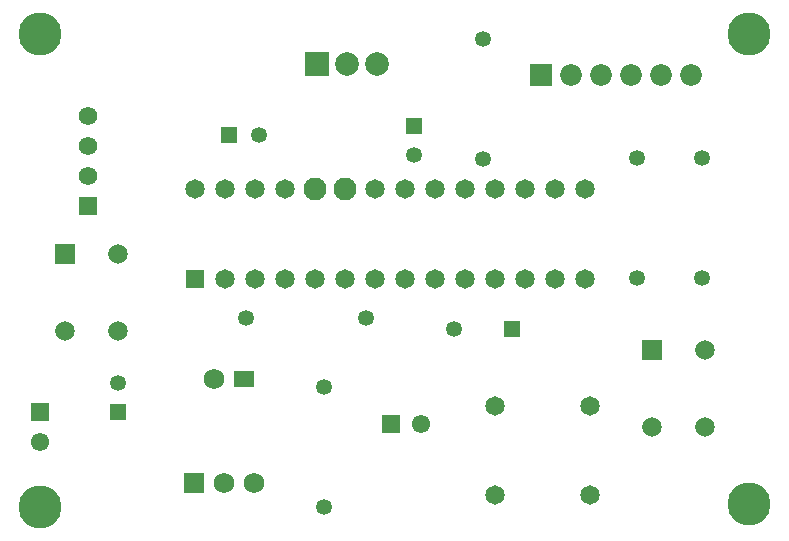
<source format=gts>
G04*
G04 #@! TF.GenerationSoftware,Altium Limited,Altium Designer,23.6.0 (18)*
G04*
G04 Layer_Color=8388736*
%FSLAX25Y25*%
%MOIN*%
G70*
G04*
G04 #@! TF.SameCoordinates,B90E1885-5EE6-4A3D-B461-7850E0AA74F3*
G04*
G04*
G04 #@! TF.FilePolarity,Negative*
G04*
G01*
G75*
%ADD17R,0.06102X0.06102*%
%ADD18C,0.06102*%
%ADD19R,0.07913X0.07913*%
%ADD20C,0.07913*%
%ADD21C,0.07244*%
%ADD22R,0.07244X0.07244*%
%ADD23R,0.06890X0.06890*%
%ADD24C,0.06890*%
%ADD25C,0.06496*%
%ADD26C,0.07677*%
%ADD27R,0.06496X0.06496*%
%ADD28R,0.05315X0.05315*%
%ADD29C,0.05315*%
%ADD30C,0.06181*%
%ADD31R,0.06181X0.06181*%
%ADD32R,0.06528X0.06528*%
%ADD33C,0.06528*%
%ADD34C,0.14370*%
%ADD35R,0.05315X0.05315*%
%ADD36R,0.06102X0.06102*%
%ADD37R,0.06890X0.05315*%
D17*
X9804Y41496D02*
D03*
D18*
Y31496D02*
D03*
X136890Y37401D02*
D03*
D19*
X102205Y157480D02*
D03*
D20*
X112205D02*
D03*
X122205D02*
D03*
D21*
X226693Y153543D02*
D03*
X216693D02*
D03*
X206693D02*
D03*
X196693D02*
D03*
X186693D02*
D03*
D22*
X176693D02*
D03*
D23*
X61024Y17717D02*
D03*
D24*
X71024D02*
D03*
X81024D02*
D03*
X67717Y52362D02*
D03*
D25*
X191417Y115827D02*
D03*
X181417D02*
D03*
X171417D02*
D03*
X161417D02*
D03*
X151417D02*
D03*
X141417D02*
D03*
X131417D02*
D03*
X121417D02*
D03*
X91417D02*
D03*
X81417D02*
D03*
X71417D02*
D03*
X61417D02*
D03*
X191417Y85827D02*
D03*
X181417D02*
D03*
X171417D02*
D03*
X161417D02*
D03*
X151417D02*
D03*
X141417D02*
D03*
X131417D02*
D03*
X121417D02*
D03*
X111417D02*
D03*
X101417D02*
D03*
X91417D02*
D03*
X81417D02*
D03*
X71417D02*
D03*
X161417Y13779D02*
D03*
Y43307D02*
D03*
X192913Y13779D02*
D03*
Y43307D02*
D03*
D26*
X111417Y115827D02*
D03*
X101417D02*
D03*
D27*
X61417Y85827D02*
D03*
D28*
X72835Y133692D02*
D03*
D29*
X82677D02*
D03*
X208661Y125984D02*
D03*
Y85984D02*
D03*
X78346Y72835D02*
D03*
X118346D02*
D03*
X147874Y68897D02*
D03*
X134370Y126968D02*
D03*
X104331Y49606D02*
D03*
Y9606D02*
D03*
X157480Y165591D02*
D03*
Y125591D02*
D03*
X35630Y51181D02*
D03*
X230315Y125984D02*
D03*
Y85984D02*
D03*
D30*
X25591Y139921D02*
D03*
Y129921D02*
D03*
Y119921D02*
D03*
D31*
Y109921D02*
D03*
D32*
X213583Y62008D02*
D03*
X17913Y93909D02*
D03*
D33*
X213583Y36417D02*
D03*
X231299Y62008D02*
D03*
Y36417D02*
D03*
X35630Y68318D02*
D03*
Y93909D02*
D03*
X17913Y68318D02*
D03*
D34*
X9843Y167323D02*
D03*
Y9843D02*
D03*
X246063Y10594D02*
D03*
Y167323D02*
D03*
D35*
X167087Y68897D02*
D03*
X134370Y136811D02*
D03*
X35630Y41339D02*
D03*
D36*
X126890Y37401D02*
D03*
D37*
X77559Y52362D02*
D03*
M02*

</source>
